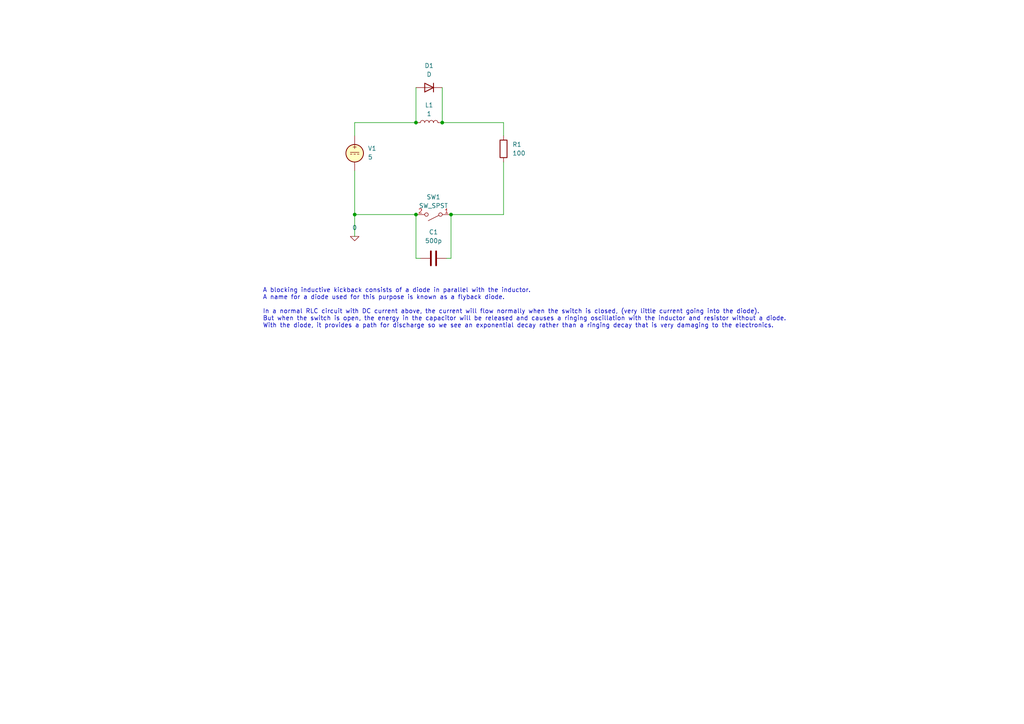
<source format=kicad_sch>
(kicad_sch (version 20230121) (generator eeschema)
  (paper "A4")
  (lib_symbols
    (symbol "Device:C" (pin_numbers hide) (pin_names (offset 0.254))
      (property "Reference" "C" (at 0.635 2.54 0))
      (property "Value" "C" (at 0.635 -2.54 0))
      (symbol "C_0_1"
        (polyline (pts (xy -2.032 -0.762) (xy 2.032 -0.762)) (stroke (width 0.508)))
        (polyline (pts (xy -2.032 0.762) (xy 2.032 0.762)) (stroke (width 0.508)))
      )
      (symbol "C_1_1"
        (pin passive line (at 0 3.81 270) (length 2.794) (name "~") (number "1"))
        (pin passive line (at 0 -3.81 90) (length 2.794) (name "~") (number "2"))
      )
    )
    (symbol "Device:D" (pin_numbers hide) (pin_names (offset 1.016) hide)
      (property "Reference" "D" (at 0 2.54 0))
      (property "Value" "D" (at 0 -2.54 0))
      (symbol "D_0_1"
        (polyline (pts (xy -1.27 1.27) (xy -1.27 -1.27)) (stroke (width 0.254)))
        (polyline (pts (xy 1.27 0) (xy -1.27 0)))
        (polyline (pts (xy 1.27 1.27) (xy 1.27 -1.27) (xy -1.27 0) (xy 1.27 1.27)) (stroke (width 0.254)))
      )
      (symbol "D_1_1"
        (pin passive line (at -3.81 0 0) (length 2.54) (name "K") (number "1"))
        (pin passive line (at 3.81 0 180) (length 2.54) (name "A") (number "2"))
      )
    )
    (symbol "Device:L" (pin_numbers hide) (pin_names (offset 1.016) hide)
      (property "Reference" "L" (at -1.27 0 90))
      (property "Value" "L" (at 1.905 0 90))
      (symbol "L_0_1"
        (arc (start 0 -2.54) (mid 0.6323 -1.905) (end 0 -1.27))
        (arc (start 0 -1.27) (mid 0.6323 -0.635) (end 0 0))
        (arc (start 0 0) (mid 0.6323 0.635) (end 0 1.27))
        (arc (start 0 1.27) (mid 0.6323 1.905) (end 0 2.54))
      )
      (symbol "L_1_1"
        (pin passive line (at 0 3.81 270) (length 1.27) (name "1") (number "1"))
        (pin passive line (at 0 -3.81 90) (length 1.27) (name "2") (number "2"))
      )
    )
    (symbol "Device:R" (pin_numbers hide) (pin_names (offset 0))
      (property "Reference" "R" (at 2.032 0 90))
      (property "Value" "R" (at 0 0 90))
      (symbol "R_0_1"
        (rectangle (start -1.016 -2.54) (end 1.016 2.54) (stroke (width 0.254)))
      )
      (symbol "R_1_1"
        (pin passive line (at 0 3.81 270) (length 1.27) (name "~") (number "1"))
        (pin passive line (at 0 -3.81 90) (length 1.27) (name "~") (number "2"))
      )
    )
    (symbol "Simulation_SPICE:0" (power) (pin_names (offset 0))
      (property "Value" "0" (at 0 -1.778 0))
      (symbol "0_0_1"
        (polyline (pts (xy -1.27 0) (xy 0 -1.27) (xy 1.27 0) (xy -1.27 0)))
      )
      (symbol "0_1_1"
        (pin power_in line (at 0 0 0) (length 0) hide (name "0") (number "1"))
      )
    )
    (symbol "Simulation_SPICE:VDC" (pin_numbers hide) (pin_names (offset 0.0254))
      (property "Reference" "V" (at 2.54 2.54 0))
      (property "Value" "1" (at 2.54 0 0))
      (symbol "VDC_0_0"
        (polyline (pts (xy -1.27 0.254) (xy 1.27 0.254)))
        (polyline (pts (xy -0.762 -0.254) (xy -1.27 -0.254)))
        (polyline (pts (xy 0.254 -0.254) (xy -0.254 -0.254)))
        (polyline (pts (xy 1.27 -0.254) (xy 0.762 -0.254)))
        (text "+" (at 0 1.905 0) (effects (font (size 1.27 1.27))))
      )
      (symbol "VDC_0_1"
        (circle (center 0 0) (radius 2.54) (stroke (width 0.254)) (fill (type background)))
      )
      (symbol "VDC_1_1"
        (pin passive line (at 0 5.08 270) (length 2.54) (name "~") (number "1"))
        (pin passive line (at 0 -5.08 90) (length 2.54) (name "~") (number "2"))
      )
    )
    (symbol "Switch:SW_SPST" (pin_names (offset 0) hide)
      (property "Reference" "SW" (at 0 3.175 0))
      (property "Value" "SW_SPST" (at 0 -2.54 0))
      (symbol "SW_SPST_0_0"
        (circle (center -2.032 0) (radius 0.508))
        (polyline (pts (xy -1.524 0.254) (xy 1.524 1.778)))
        (circle (center 2.032 0) (radius 0.508))
      )
      (symbol "SW_SPST_1_1"
        (pin passive line (at -5.08 0 0) (length 2.54) (name "A") (number "1"))
        (pin passive line (at 5.08 0 180) (length 2.54) (name "B") (number "2"))
      )
    )
  )
  (junction (at 120.65 62.23))
  (junction (at 130.81 62.23))
  (junction (at 128.27 35.56))
  (junction (at 102.87 62.23))
  (junction (at 120.65 35.56))
  (wire (pts (xy 146.05 46.99) (xy 146.05 62.23)))
  (wire (pts (xy 128.27 25.4) (xy 128.27 35.56)))
  (wire (pts (xy 130.81 62.23) (xy 130.81 74.93)))
  (wire (pts (xy 146.05 35.56) (xy 146.05 39.37)))
  (wire (pts (xy 102.87 39.37) (xy 102.87 35.56)))
  (wire (pts (xy 102.87 49.53) (xy 102.87 62.23)))
  (wire (pts (xy 130.81 74.93) (xy 129.54 74.93)))
  (wire (pts (xy 130.81 62.23) (xy 146.05 62.23)))
  (wire (pts (xy 120.65 62.23) (xy 102.87 62.23)))
  (wire (pts (xy 128.27 35.56) (xy 146.05 35.56)))
  (wire (pts (xy 102.87 35.56) (xy 120.65 35.56)))
  (wire (pts (xy 102.87 62.23) (xy 102.87 68.58)))
  (wire (pts (xy 120.65 62.23) (xy 120.65 74.93)))
  (wire (pts (xy 120.65 25.4) (xy 120.65 35.56)))
  (wire (pts (xy 120.65 74.93) (xy 121.92 74.93)))
  (text "A blocking inductive kickback consists of a diode in parallel with the inductor.\nA name for a diode used for this purpose is known as a flyback diode.\n\nIn a normal RLC circuit with DC current above, the current will flow normally when the switch is closed, (very little current going into the diode).\nBut when the switch is open, the energy in the capacitor will be released and causes a ringing oscillation with the inductor and resistor without a diode.\nWith the diode, it provides a path for discharge so we see an exponential decay rather than a ringing decay that is very damaging to the electronics." (at 76.2 95.25 0) (effects (font (size 1.27 1.27)) (justify left bottom)))
  (symbol (lib_id "Simulation_SPICE:0") (at 102.87 68.58 0) (unit 1)
    (property "Reference" "#GND01" (effects hide))
    (property "Value" "0" (at 102.87 66.04 0))
  )
  (symbol (lib_id "Device:D") (at 124.46 25.4 180) (unit 1)
    (property "Reference" "D1" (at 124.46 19.05 0))
    (property "Value" "D" (at 124.46 21.59 0))
    (property "Sim.Device" "D" (effects hide))
    (property "Sim.Pins" "1=K 2=A" (effects hide))
  )
  (symbol (lib_id "Device:R") (at 146.05 43.18 0) (unit 1)
    (property "Reference" "R1" (at 148.59 41.91 0) (effects (justify left)))
    (property "Value" "100" (at 148.59 44.45 0) (effects (justify left)))
  )
  (symbol (lib_id "Simulation_SPICE:VDC") (at 102.87 44.45 0) (unit 1)
    (property "Reference" "V1" (at 106.68 43.0502 0) (effects (justify left)))
    (property "Value" "5" (at 106.68 45.5902 0) (effects (justify left)))
    (property "Sim.Pins" "1=+ 2=-" (effects hide))
    (property "Sim.Type" "DC" (effects hide))
    (property "Sim.Device" "V" (effects hide))
  )
  (symbol (lib_id "Device:C") (at 125.73 74.93 90) (unit 1)
    (property "Reference" "C1" (at 125.73 67.31 90))
    (property "Value" "500p" (at 125.73 69.85 90))
  )
  (symbol (lib_id "Switch:SW_SPST") (at 125.73 62.23 180) (unit 1)
    (property "Reference" "SW1" (at 125.73 57.15 0))
    (property "Value" "SW_SPST" (at 125.73 59.69 0))
  )
  (symbol (lib_id "Device:L") (at 124.46 35.56 90) (unit 1)
    (property "Reference" "L1" (at 124.46 30.48 90))
    (property "Value" "1" (at 124.46 33.02 90))
  )
)
</source>
